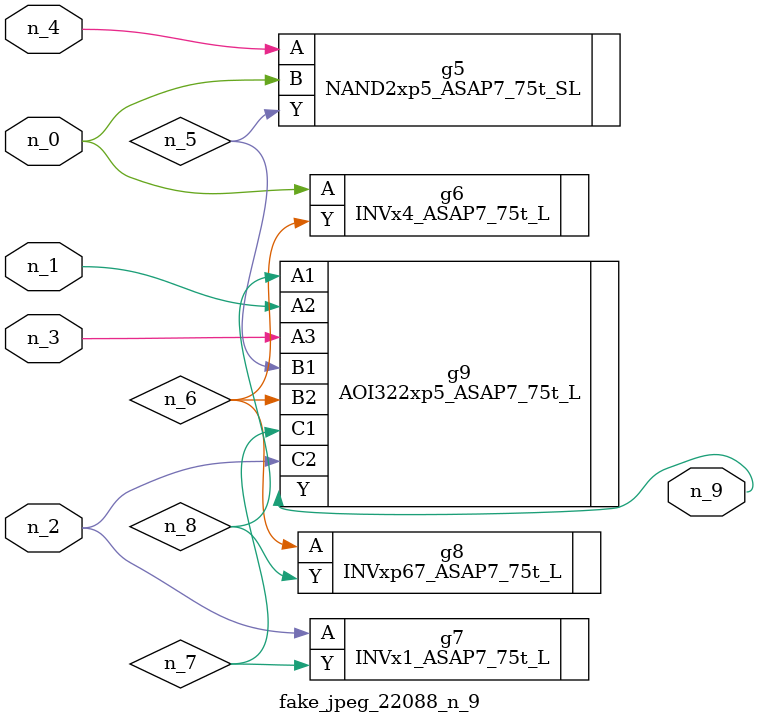
<source format=v>
module fake_jpeg_22088_n_9 (n_3, n_2, n_1, n_0, n_4, n_9);

input n_3;
input n_2;
input n_1;
input n_0;
input n_4;

output n_9;

wire n_8;
wire n_6;
wire n_5;
wire n_7;

NAND2xp5_ASAP7_75t_SL g5 ( 
.A(n_4),
.B(n_0),
.Y(n_5)
);

INVx4_ASAP7_75t_L g6 ( 
.A(n_0),
.Y(n_6)
);

INVx1_ASAP7_75t_L g7 ( 
.A(n_2),
.Y(n_7)
);

INVxp67_ASAP7_75t_L g8 ( 
.A(n_6),
.Y(n_8)
);

AOI322xp5_ASAP7_75t_L g9 ( 
.A1(n_8),
.A2(n_1),
.A3(n_3),
.B1(n_5),
.B2(n_6),
.C1(n_7),
.C2(n_2),
.Y(n_9)
);


endmodule
</source>
